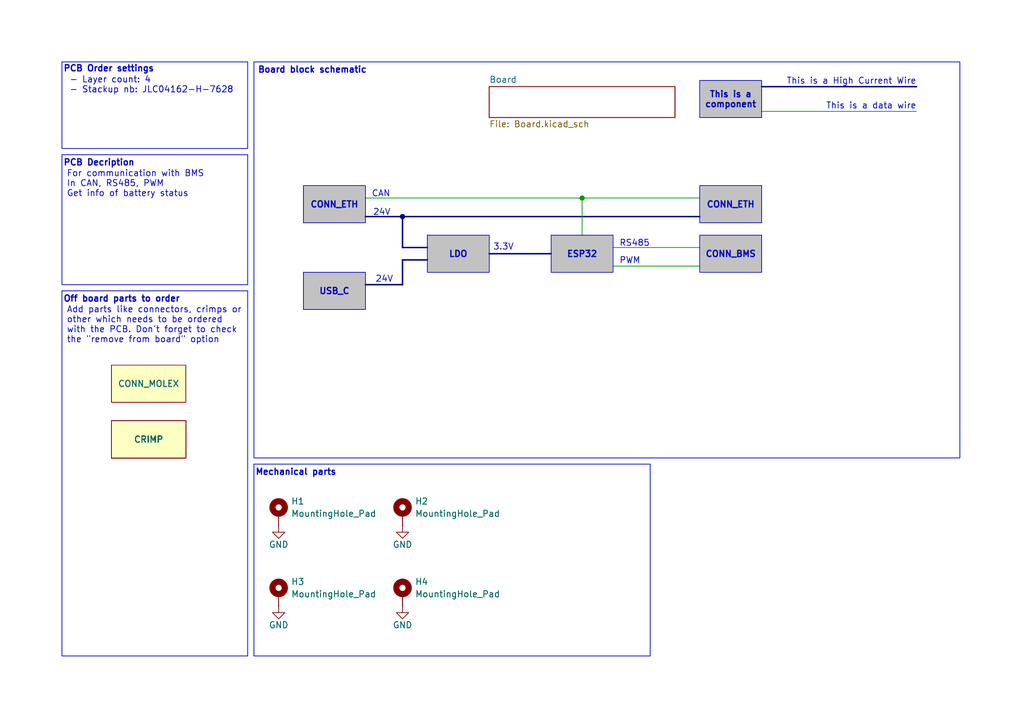
<source format=kicad_sch>
(kicad_sch (version 20250114) (generator "eeschema") (generator_version "9.0")
  (paper "A5")
  (title_block (title "${PROJECTNAME}") (date "2025-02-08") (rev "${REVISION}") (company "${GROUP_NAME}") (comment 1 "${AUTHOR}"))
  (lib_symbols
    (symbol "RoverLibrary:MountingHole_Pad" (pin_numbers (hide yes)) (pin_names (offset 1.016) (hide yes)) (exclude_from_sim yes) (in_bom no)
      (property "Reference" "H" (at 0 6.35 0))
      (property "Value" "MountingHole_Pad" (at 0 4.445 0))
      (symbol "MountingHole_Pad_0_1"
        (circle (center 0 1.27) (radius 1.27) (stroke (width 1.27)))
      )
      (symbol "MountingHole_Pad_1_1"
        (pin input line (at 0 -2.54 90) (length 2.54) (name "1") (number "1"))
      )
    )
    (symbol "RoverLibrary:Off Board Part" (pin_names (offset 1.016)) (exclude_from_sim yes) (on_board no)
      (property "Value" "~" (at 0 0 0))
      (symbol "Off Board Part_1_1"
        (rectangle (start -7.62 3.81) (end 7.62 -3.81) (fill (type background)))
      )
    )
    (symbol "power:GND" (power) (pin_numbers (hide yes)) (pin_names (offset 0) (hide yes))
      (property "Value" "GND" (at 0 -3.81 0))
      (symbol "GND_0_1"
        (polyline (pts (xy 0 0) (xy 0 -1.27) (xy 1.27 -1.27) (xy 0 -2.54) (xy -1.27 -1.27) (xy 0 -1.27)))
      )
      (symbol "GND_1_1"
        (pin power_in line (at 0 0 270) (length 0) (name "~") (number "1"))
      )
    )
  )
  (rectangle (start 52.07 12.7) (end 196.85 93.98))
  (rectangle (start 12.7 12.7) (end 50.8 30.48))
  (rectangle (start 52.07 95.25) (end 133.35 134.62))
  (text "CAN" (at 76.2 39.878 0) (effects (font (size 1.27 1.27)) (justify left)))
  (text "RS485" (at 127 50.038 0) (effects (font (size 1.27 1.27)) (justify left)))
  (text "PWM" (at 127 53.594 0) (effects (font (size 1.27 1.27)) (justify left)))
  (text "Off board parts to order" (at 12.954 61.468 0) (effects (font (size 1.27 1.27) (thickness 0.254) (bold yes)) (justify left)))
  (text "Mechanical parts" (at 52.324 97.028 0) (effects (font (size 1.27 1.27) (thickness 0.254) (bold yes)) (justify left)))
  (text "24V" (at 76.962 57.404 0) (effects (font (size 1.27 1.27)) (justify left)))
  (text "24V" (at 76.454 43.688 0) (effects (font (size 1.27 1.27)) (justify left)))
  (text "- Layer count: 4\n- Stackup nb: JLC04162-H-7628\n" (at 14.224 15.748 0) (effects (font (size 1.27 1.27) (thickness 0.1588)) (justify left top)))
  (text "This is a data wire" (at 187.96 21.844 0) (effects (font (size 1.27 1.27)) (justify right)))
  (text "3.3V" (at 105.41 50.8 0) (effects (font (size 1.27 1.27)) (justify right)))
  (text "PCB Decription" (at 12.954 33.528 0) (effects (font (size 1.27 1.27) (thickness 0.254) (bold yes)) (justify left)))
  (text "Board block schematic" (at 52.832 14.478 0) (effects (font (size 1.27 1.27) (thickness 0.254) (bold yes)) (justify left)))
  (text "This is a High Current Wire" (at 187.96 16.764 0) (effects (font (size 1.27 1.27)) (justify right)))
  (text "PCB Order settings" (at 12.954 14.224 0) (effects (font (size 1.27 1.27) (thickness 0.254) (bold yes)) (justify left)))
  (text_box "CONN_ETH" (exclude_from_sim yes) (at 143.51 38.1 0) (size 12.7 7.62) (margins 0.9525 0.9525 0.9525 0.9525) (fill (type color) (color 194 194 194 1)) (effects (font (size 1.27 1.27) (thickness 0.254) (bold yes))))
  (text_box "USB_C" (exclude_from_sim yes) (at 62.23 55.88 0) (size 12.7 7.62) (margins 0.9525 0.9525 0.9525 0.9525) (fill (type color) (color 194 194 194 1)) (effects (font (size 1.27 1.27) (thickness 0.254) (bold yes))))
  (text_box "ESP32" (exclude_from_sim yes) (at 113.03 48.26 0) (size 12.7 7.62) (margins 0.9525 0.9525 0.9525 0.9525) (fill (type color) (color 194 194 194 1)) (effects (font (size 1.27 1.27) (thickness 0.254) (bold yes))))
  (text_box "\nFor communication with BMS\nIn CAN, RS485, PWM\nGet info of battery status\n" (at 12.7 31.75 0) (size 38.1 26.67) (margins 0.9525 0.9525 0.9525 0.9525) (effects (font (size 1.27 1.27)) (justify left top)))
  (text_box "CONN_ETH" (exclude_from_sim yes) (at 62.23 38.1 0) (size 12.7 7.62) (margins 0.9525 0.9525 0.9525 0.9525) (fill (type color) (color 194 194 194 1)) (effects (font (size 1.27 1.27) (thickness 0.254) (bold yes))))
  (text_box "\nAdd parts like connectors, crimps or other which needs to be ordered with the PCB. Don't forget to check the \"remove from board\" option\n" (at 12.7 59.69 0) (size 38.1 74.93) (margins 0.9525 0.9525 0.9525 0.9525) (effects (font (size 1.27 1.27)) (justify left top)))
  (text_box "CONN_BMS" (exclude_from_sim yes) (at 143.51 48.26 0) (size 12.7 7.62) (margins 0.9525 0.9525 0.9525 0.9525) (fill (type color) (color 194 194 194 1)) (effects (font (size 1.27 1.27) (thickness 0.254) (bold yes))))
  (text_box "This is a component" (exclude_from_sim yes) (at 143.51 16.51 0) (size 12.7 7.62) (margins 0.9525 0.9525 0.9525 0.9525) (fill (type color) (color 194 194 194 1)) (effects (font (size 1.27 1.27) (thickness 0.254) (bold yes))))
  (text_box "LDO" (exclude_from_sim yes) (at 87.63 48.26 0) (size 12.7 7.62) (margins 0.9525 0.9525 0.9525 0.9525) (fill (type color) (color 194 194 194 1)) (effects (font (size 1.27 1.27) (thickness 0.254) (bold yes))))
  (junction (at 82.55 44.45))
  (junction (at 119.38 40.64))
  (wire (pts (xy 119.38 40.64) (xy 119.38 48.26)))
  (wire (pts (xy 125.73 54.61) (xy 143.51 54.61)))
  (bus (pts (xy 74.93 58.42) (xy 82.55 58.42)))
  (bus (pts (xy 82.55 53.34) (xy 87.63 53.34)))
  (wire (pts (xy 74.93 40.64) (xy 119.38 40.64)))
  (wire (pts (xy 119.38 40.64) (xy 143.51 40.64)))
  (bus (pts (xy 82.55 44.45) (xy 82.55 50.8)))
  (bus (pts (xy 82.55 50.8) (xy 87.63 50.8)))
  (bus (pts (xy 74.93 44.45) (xy 82.55 44.45)))
  (wire (pts (xy 125.73 50.8) (xy 143.51 50.8)))
  (bus (pts (xy 156.21 17.78) (xy 187.96 17.78)))
  (bus (pts (xy 100.33 52.07) (xy 113.03 52.07)))
  (bus (pts (xy 82.55 58.42) (xy 82.55 53.34)))
  (wire (pts (xy 156.21 22.86) (xy 187.96 22.86)))
  (bus (pts (xy 82.55 44.45) (xy 143.51 44.45)))
  (symbol (lib_id "RoverLibrary:Off Board Part") (at 30.48 90.17 0) (unit 1) (exclude_from_sim yes) (on_board no)
    (property "Reference" "G14" (effects (hide yes)))
    (property "Value" "CRIMP" (at 30.48 90.17 0))
    (property "Datasheet" "https://www.digikey.com/en/products/detail/molex/0039000038/413211" (effects (hide yes)))
    (property "Digikey" "TODO" (effects (hide yes)))
  )
  (symbol (lib_id "RoverLibrary:MountingHole_Pad") (at 57.15 121.92 0) (unit 1) (exclude_from_sim yes) (in_bom no)
    (property "Reference" "H3" (at 59.69 119.3799 0) (effects (justify left)))
    (property "Value" "MountingHole_Pad" (at 59.69 121.9199 0) (effects (justify left)))
    (property "Footprint" "MountingHole:MountingHole_3.2mm_M3_DIN965_Pad_TopBottom" (effects (hide yes)))
    (property "Description" "Mounting Hole with connection" (effects (hide yes)))
  )
  (symbol (lib_id "RoverLibrary:Off Board Part") (at 30.48 90.17 0) (unit 1) (exclude_from_sim yes) (on_board no)
    (property "Reference" "G9" (effects (hide yes)))
    (property "Value" "CRIMP" (at 30.48 90.17 0))
    (property "Datasheet" "https://www.digikey.com/en/products/detail/molex/0039000038/413211" (effects (hide yes)))
    (property "Digikey" "TODO" (effects (hide yes)))
  )
  (symbol (lib_id "RoverLibrary:MountingHole_Pad") (at 57.15 105.41 0) (unit 1) (exclude_from_sim yes) (in_bom no)
    (property "Reference" "H1" (at 59.69 102.8699 0) (effects (justify left)))
    (property "Value" "MountingHole_Pad" (at 59.69 105.4099 0) (effects (justify left)))
    (property "Footprint" "MountingHole:MountingHole_3.2mm_M3_DIN965_Pad_TopBottom" (effects (hide yes)))
    (property "Description" "Mounting Hole with connection" (effects (hide yes)))
  )
  (symbol (lib_id "power:GND") (at 82.55 124.46 0) (unit 1)
    (property "Reference" "#PWR04" (effects (hide yes)))
    (property "Value" "GND" (at 82.55 128.27 0))
    (property "Description" "Power symbol creates a global label with name \"GND\" , ground" (effects (hide yes)))
  )
  (symbol (lib_id "RoverLibrary:Off Board Part") (at 30.48 90.17 0) (unit 1) (exclude_from_sim yes) (on_board no)
    (property "Reference" "G8" (effects (hide yes)))
    (property "Value" "CRIMP" (at 30.48 90.17 0))
    (property "Datasheet" "https://www.digikey.com/en/products/detail/molex/0039000038/413211" (effects (hide yes)))
    (property "Digikey" "TODO" (effects (hide yes)))
  )
  (symbol (lib_id "RoverLibrary:Off Board Part") (at 30.48 90.17 0) (unit 1) (exclude_from_sim yes) (on_board no)
    (property "Reference" "G6" (effects (hide yes)))
    (property "Value" "CRIMP" (at 30.48 90.17 0))
    (property "Datasheet" "https://www.digikey.com/en/products/detail/molex/0039000038/413211" (effects (hide yes)))
    (property "Digikey" "TODO" (effects (hide yes)))
  )
  (symbol (lib_id "RoverLibrary:Off Board Part") (at 30.48 90.17 0) (unit 1) (exclude_from_sim yes) (on_board no)
    (property "Reference" "G12" (effects (hide yes)))
    (property "Value" "CRIMP" (at 30.48 90.17 0))
    (property "Datasheet" "https://www.digikey.com/en/products/detail/molex/0039000038/413211" (effects (hide yes)))
    (property "Digikey" "TODO" (effects (hide yes)))
  )
  (symbol (lib_id "RoverLibrary:MountingHole_Pad") (at 82.55 105.41 0) (unit 1) (exclude_from_sim yes) (in_bom no)
    (property "Reference" "H2" (at 85.09 102.8699 0) (effects (justify left)))
    (property "Value" "MountingHole_Pad" (at 85.09 105.4099 0) (effects (justify left)))
    (property "Footprint" "MountingHole:MountingHole_3.2mm_M3_DIN965_Pad_TopBottom" (effects (hide yes)))
    (property "Description" "Mounting Hole with connection" (effects (hide yes)))
  )
  (symbol (lib_id "RoverLibrary:Off Board Part") (at 30.48 78.74 0) (unit 1) (exclude_from_sim yes) (on_board no)
    (property "Reference" "G3" (effects (hide yes)))
    (property "Value" "CONN_MOLEX" (at 30.48 78.74 0))
    (property "Datasheet" "https://www.digikey.com/en/products/detail/molex/0039012080/61382" (effects (hide yes)))
    (property "Digikey" "TODO" (effects (hide yes)))
  )
  (symbol (lib_id "RoverLibrary:Off Board Part") (at 30.48 90.17 0) (unit 1) (exclude_from_sim yes) (on_board no)
    (property "Reference" "G5" (effects (hide yes)))
    (property "Value" "CRIMP" (at 30.48 90.17 0))
    (property "Digikey" "https://www.digikey.com/en/products/detail/molex/0039000038/413211" (effects (hide yes)))
  )
  (symbol (lib_id "RoverLibrary:Off Board Part") (at 30.48 90.17 0) (unit 1) (exclude_from_sim yes) (on_board no)
    (property "Reference" "G18" (effects (hide yes)))
    (property "Value" "CRIMP" (at 30.48 90.17 0))
    (property "Datasheet" "https://www.digikey.com/en/products/detail/molex/0039000038/413211" (effects (hide yes)))
    (property "Digikey" "TODO" (effects (hide yes)))
  )
  (symbol (lib_id "RoverLibrary:Off Board Part") (at 30.48 90.17 0) (unit 1) (exclude_from_sim yes) (on_board no)
    (property "Reference" "G13" (effects (hide yes)))
    (property "Value" "CRIMP" (at 30.48 90.17 0))
    (property "Datasheet" "https://www.digikey.com/en/products/detail/molex/0039000038/413211" (effects (hide yes)))
    (property "Digikey" "TODO" (effects (hide yes)))
  )
  (symbol (lib_id "power:GND") (at 57.15 107.95 0) (unit 1)
    (property "Reference" "#PWR01" (effects (hide yes)))
    (property "Value" "GND" (at 57.15 111.76 0))
    (property "Description" "Power symbol creates a global label with name \"GND\" , ground" (effects (hide yes)))
  )
  (symbol (lib_id "RoverLibrary:MountingHole_Pad") (at 82.55 121.92 0) (unit 1) (exclude_from_sim yes) (in_bom no) (on_board no)
    (property "Reference" "H4" (at 85.09 119.3799 0) (effects (justify left)))
    (property "Value" "MountingHole_Pad" (at 85.09 121.9199 0) (effects (justify left)))
    (property "Footprint" "MountingHole:MountingHole_3.2mm_M3_DIN965_Pad_TopBottom" (effects (hide yes)))
    (property "Description" "Mounting Hole with connection" (effects (hide yes)))
  )
  (symbol (lib_id "power:GND") (at 82.55 107.95 0) (unit 1)
    (property "Reference" "#PWR02" (effects (hide yes)))
    (property "Value" "GND" (at 82.55 111.76 0))
    (property "Description" "Power symbol creates a global label with name \"GND\" , ground" (effects (hide yes)))
  )
  (symbol (lib_id "RoverLibrary:Off Board Part") (at 30.48 90.17 0) (unit 1) (exclude_from_sim yes) (on_board no)
    (property "Reference" "G2" (effects (hide yes)))
    (property "Value" "CRIMP" (at 30.48 90.17 0))
    (property "Datasheet" "https://www.digikey.com/en/products/detail/molex/0039000038/413211" (effects (hide yes)))
    (property "Digikey" "TODO" (effects (hide yes)))
  )
  (symbol (lib_id "RoverLibrary:Off Board Part") (at 30.48 90.17 0) (unit 1) (exclude_from_sim yes) (on_board no)
    (property "Reference" "G10" (effects (hide yes)))
    (property "Value" "CRIMP" (at 30.48 90.17 0))
    (property "Datasheet" "https://www.digikey.com/en/products/detail/molex/0039000038/413211" (effects (hide yes)))
    (property "Digikey" "TODO" (effects (hide yes)))
  )
  (symbol (lib_id "RoverLibrary:Off Board Part") (at 30.48 78.74 0) (unit 1) (exclude_from_sim yes) (on_board no)
    (property "Reference" "G1" (effects (hide yes)))
    (property "Value" "CONN_MOLEX" (at 30.48 78.74 0))
    (property "Digikey" "https://www.digikey.com/en/products/detail/molex/0039012080/61382" (effects (hide yes)))
  )
  (symbol (lib_id "RoverLibrary:Off Board Part") (at 30.48 90.17 0) (unit 1) (exclude_from_sim yes) (on_board no)
    (property "Reference" "G7" (effects (hide yes)))
    (property "Value" "CRIMP" (at 30.48 90.17 0))
    (property "Datasheet" "https://www.digikey.com/en/products/detail/molex/0039000038/413211" (effects (hide yes)))
    (property "Digikey" "TODO" (effects (hide yes)))
  )
  (symbol (lib_id "power:GND") (at 57.15 124.46 0) (unit 1)
    (property "Reference" "#PWR03" (effects (hide yes)))
    (property "Value" "GND" (at 57.15 128.27 0))
    (property "Description" "Power symbol creates a global label with name \"GND\" , ground" (effects (hide yes)))
  )
  (symbol (lib_id "RoverLibrary:Off Board Part") (at 30.48 90.17 0) (unit 1) (exclude_from_sim yes) (on_board no)
    (property "Reference" "G17" (effects (hide yes)))
    (property "Value" "CRIMP" (at 30.48 90.17 0))
    (property "Datasheet" "https://www.digikey.com/en/products/detail/molex/0039000038/413211" (effects (hide yes)))
    (property "Digikey" "TODO" (effects (hide yes)))
  )
  (symbol (lib_id "RoverLibrary:Off Board Part") (at 30.48 90.17 0) (unit 1) (exclude_from_sim yes) (on_board no)
    (property "Reference" "G16" (effects (hide yes)))
    (property "Value" "CRIMP" (at 30.48 90.17 0))
    (property "Datasheet" "https://www.digikey.com/en/products/detail/molex/0039000038/413211" (effects (hide yes)))
    (property "Digikey" "TODO" (effects (hide yes)))
  )
  (symbol (lib_id "RoverLibrary:Off Board Part") (at 30.48 90.17 0) (unit 1) (exclude_from_sim yes) (on_board no)
    (property "Reference" "G4" (effects (hide yes)))
    (property "Value" "CRIMP" (at 30.48 90.17 0))
    (property "Datasheet" "https://www.digikey.com/en/products/detail/molex/0039000038/413211" (effects (hide yes)))
    (property "Digikey" "TODO" (effects (hide yes)))
  )
  (symbol (lib_id "RoverLibrary:Off Board Part") (at 30.48 90.17 0) (unit 1) (exclude_from_sim yes) (on_board no)
    (property "Reference" "G11" (effects (hide yes)))
    (property "Value" "CRIMP" (at 30.48 90.17 0))
    (property "Datasheet" "https://www.digikey.com/en/products/detail/molex/0039000038/413211" (effects (hide yes)))
    (property "Digikey" "TODO" (effects (hide yes)))
  )
  (symbol (lib_id "RoverLibrary:Off Board Part") (at 30.48 90.17 0) (unit 1) (exclude_from_sim yes) (on_board no)
    (property "Reference" "G15" (effects (hide yes)))
    (property "Value" "CRIMP" (at 30.48 90.17 0))
    (property "Datasheet" "https://www.digikey.com/en/products/detail/molex/0039000038/413211" (effects (hide yes)))
    (property "Digikey" "TODO" (effects (hide yes)))
  )
  (sheet (at 100.33 17.78) (size 38.1 6.35) (stroke (width 0.1524))
    (property "Sheetname" "Board" (at 100.33 17.0684 0) (effects (justify left bottom)))
    (property "Sheetfile" "Board.kicad_sch" (at 100.33 24.7146 0) (effects (justify left top)))
  )
)
</source>
